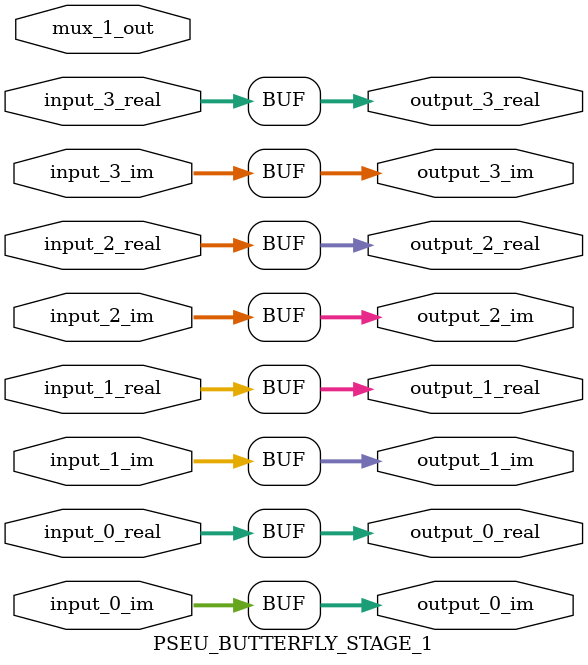
<source format=v>
module PSEU_BUTTERFLY_STAGE_1 #(
    parameter para0000   = 32'b00000000000000000000000000000000, //sin(0pi/8) = sin(8pi/8) = cos(4pi/8) = - cos(4pi/8)
    parameter para3827   = 32'b00111110110000111111000101000001,  //sin(1pi/8) = sin(7pi/8) = cos(3pi/8) = - cos(5pi/8)
    parameter para3827_n = 32'b10111110110000111111000101000001, // -0.3827. sin(1pi/8) = sin(7pi/8) = cos(3pi/8) = - cos(5pi/8) = sin(9pi/8)
    parameter para7071   = 32'b00111111001101010000010010000001,  //sin(2pi/8) = sin(6pi/8) = cos(2pi/8) = - cos(6pi/8)
    parameter para7071_n = 32'b10111111001101010000010010000001, // -0.7071. sin(2pi/8) = sin(6pi/8) = cos(2pi/8) = - cos(6pi/8)
    parameter para9239   = 32'b00111111011011101101001010001001, //  0.9239. sin(3pi/8) = sin(5pi/8) = cos(1pi/8) = - cos(7pi/8)
    parameter para9239_n = 32'b10111111011011101101001010001001, // -0.9239. sin(3pi/8) = sin(5pi/8) = cos(1pi/8) = - cos(7pi/8) = cos(9pi/8)
    parameter para0001   = 32'b00111111100000000000000000000000, //  1.0000. sin(4pi/8) = sin(4pi/8) = cos(0pi/8) = - cos(8pi/8)
    parameter para0001_n = 32'b10111111100000000000000000000000 // -1.0000.
) (
    input wire[1:0] mux_1_out,
    input wire signed [31:0] input_0_real,
    input wire signed [31:0] input_1_real,
    input wire signed [31:0] input_2_real,
    input wire signed [31:0] input_3_real,
    
    input wire signed [31:0] input_0_im,
    input wire signed [31:0] input_1_im,
    input wire signed [31:0] input_2_im,
    input wire signed [31:0] input_3_im,
    
    output wire signed [31:0] output_0_real,
    output wire signed [31:0] output_1_real,
    output wire signed [31:0] output_2_real,
    output wire signed [31:0] output_3_real,
    
    output wire signed [31:0] output_0_im,
    output wire signed [31:0] output_1_im,
    output wire signed [31:0] output_2_im,
    output wire signed [31:0] output_3_im

);

assign output_0_real = input_0_real;
assign output_1_real = input_1_real;
assign output_2_real = input_2_real;
assign output_3_real = input_3_real;

assign output_0_im = input_0_im;
assign output_1_im = input_1_im;
assign output_2_im = input_2_im;
assign output_3_im = input_3_im;

endmodule
</source>
